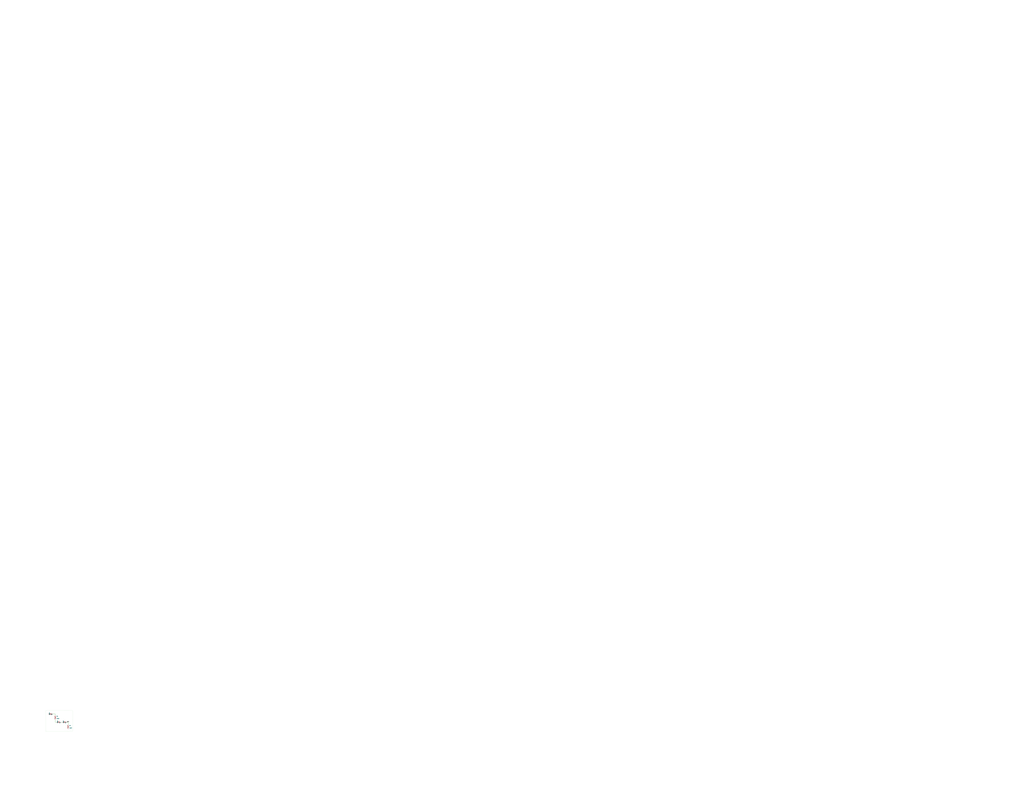
<source format=kicad_sch>
(kicad_sch (version 20230121) (generator jitx)
  (paper "E")
  (lib_symbols
    (symbol "resistor_sym"
      (property "Reference" "U" (at 1.27 1.27 0.0))
      (property "Value" "resistor_sym" (at 1.27 -1.27 0.0))
      (symbol "resistor_sym_1_0"
        (pin unspecified line (at 0.0 -2.54 90) (length 0.0) (name "1") (number "~"))
        (pin unspecified line (at 0.0 2.54 270) (length 0.0) (name "2") (number "~"))
        (polyline (pts (xy 0.0 -2.54) (xy 0.0 -1.5875)) (stroke (width 0.127)))
        (polyline (pts (xy 0.0 -1.5875) (xy -0.762 -1.27) (xy 0.762 -0.635) (xy -0.762 0.0) (xy 0.762 0.635) (xy -0.762 1.27) (xy 0.0 1.5875)) (stroke (width 0.254)))
        (polyline (pts (xy 0.0 1.5875) (xy 0.0 2.54)) (stroke (width 0.127)))
      )
    )
    (symbol "my_resistor"
      (property "Reference" "R" (at 1.27 1.27 0.0))
      (property "Value" "my_resistor" (at 1.27 -1.27 0.0))
      (symbol "my_resistor_1_0"
        (pin unspecified line (at 0.0 -2.54 90) (length 0.0) (name "1") (number "1"))
        (pin unspecified line (at 0.0 2.54 270) (length 0.0) (name "2") (number "2"))
        (polyline (pts (xy 0.0 -2.54) (xy 0.0 -1.5875)) (stroke (width 0.127)))
        (polyline (pts (xy 0.0 -1.5875) (xy -0.762 -1.27) (xy 0.762 -0.635) (xy -0.762 0.0) (xy 0.762 0.635) (xy -0.762 1.27) (xy 0.0 1.5875)) (stroke (width 0.254)))
        (polyline (pts (xy 0.0 1.5875) (xy 0.0 2.54)) (stroke (width 0.127)))
      )
    )
  )
  (wire (pts (xy 60.325 788.67) (xy 61.595 788.67)) (stroke (width 0.127)))
  (wire (pts (xy 60.325 788.67) (xy 60.325 786.13)) (stroke (width 0.127)))
  (wire (pts (xy 57.785 779.78) (xy 60.325 779.78)) (stroke (width 0.127)))
  (wire (pts (xy 60.325 781.05) (xy 60.325 779.78)) (stroke (width 0.127)))
  (wire (pts (xy 73.025 788.67) (xy 74.295 788.67)) (stroke (width 0.127)))
  (wire (pts (xy 74.295 791.21) (xy 74.295 788.67)) (stroke (width 0.127)))
  (wire (pts (xy 66.675 788.67) (xy 67.945 788.67)) (stroke (width 0.127)))
  (wire (pts (xy 50.165 775.97) (xy 79.375 775.97)) (stroke (width 0.127) (type dot)))
  (wire (pts (xy 50.165 798.83) (xy 79.375 798.83)) (stroke (width 0.127) (type dot)))
  (wire (pts (xy 50.165 798.83) (xy 50.165 775.97)) (stroke (width 0.127) (type dot)))
  (wire (pts (xy 79.375 798.83) (xy 79.375 775.97)) (stroke (width 0.127) (type dot)))
  (label "gnd" (at 73.025 788.67 0) (effects (font (size 0.762 0.762))))
  (symbol (lib_id "my_resistor") (at 74.295 793.75 0.0) (unit 1)
    (property "Reference" "R3" (at 75.565 792.48 0.0) (effects (font (size 0.762 0.762)) (justify left)))
    (property "Value" "100R" (at 75.565 795.02 0.0) (effects (font (size 0.762 0.762)) (justify left)))
    (property "Footprint" "exploder:Pkg0402" (effects hide))
    (property "Datasheet" "//media.digikey.com/pdf/Data%20Sheets/Tyco%20Electronics%20P%20B%20PDFs/RQ73-0618%20v2.pdf" (effects hide))
    (property "Name" "r4" (effects hide))
    (property "Description" "RES 100 OHMS 0.1% 1/16W 0402" (effects hide))
    (property "Manufacturer" "TE Connectivity Passive Product" (effects hide))
    (property "MPN" "RQ73C1E100RBTD" (effects hide))
    (property "Reference-prefix" "R" (effects hide))
  )
  (symbol (lib_id "my_resistor") (at 64.135 788.67 90.0) (unit 1)
    (property "Reference" "R1" (at 65.405 789.94 0.0) (effects (font (size 0.762 0.762)) (justify left)))
    (property "Value" "100R" (at 62.865 789.94 0.0) (effects (font (size 0.762 0.762)) (justify left)))
    (property "Footprint" "exploder:Pkg0402" (effects hide))
    (property "Datasheet" "//media.digikey.com/pdf/Data%20Sheets/Tyco%20Electronics%20P%20B%20PDFs/RQ73-0618%20v2.pdf" (effects hide))
    (property "Name" "r2" (effects hide))
    (property "Description" "RES 100 OHMS 0.1% 1/16W 0402" (effects hide))
    (property "Manufacturer" "TE Connectivity Passive Product" (effects hide))
    (property "MPN" "RQ73C1E100RBTD" (effects hide))
    (property "Reference-prefix" "R" (effects hide))
  )
  (symbol (lib_id "my_resistor") (at 55.245 779.78 90.0) (unit 1)
    (property "Reference" "R2" (at 56.515 781.05 0.0) (effects (font (size 0.762 0.762)) (justify left)))
    (property "Value" "100R" (at 53.975 781.05 0.0) (effects (font (size 0.762 0.762)) (justify left)))
    (property "Footprint" "exploder:Pkg0402" (effects hide))
    (property "Datasheet" "//media.digikey.com/pdf/Data%20Sheets/Tyco%20Electronics%20P%20B%20PDFs/RQ73-0618%20v2.pdf" (effects hide))
    (property "Name" "r0" (effects hide))
    (property "Description" "RES 100 OHMS 0.1% 1/16W 0402" (effects hide))
    (property "Manufacturer" "TE Connectivity Passive Product" (effects hide))
    (property "MPN" "RQ73C1E100RBTD" (effects hide))
    (property "Reference-prefix" "R" (effects hide))
  )
  (symbol (lib_id "my_resistor") (at 70.485 788.67 90.0) (unit 1)
    (property "Reference" "R4" (at 71.755 789.94 0.0) (effects (font (size 0.762 0.762)) (justify left)))
    (property "Value" "100R" (at 69.215 789.94 0.0) (effects (font (size 0.762 0.762)) (justify left)))
    (property "Footprint" "exploder:Pkg0402" (effects hide))
    (property "Datasheet" "//media.digikey.com/pdf/Data%20Sheets/Tyco%20Electronics%20P%20B%20PDFs/RQ73-0618%20v2.pdf" (effects hide))
    (property "Name" "r3" (effects hide))
    (property "Description" "RES 100 OHMS 0.1% 1/16W 0402" (effects hide))
    (property "Manufacturer" "TE Connectivity Passive Product" (effects hide))
    (property "MPN" "RQ73C1E100RBTD" (effects hide))
    (property "Reference-prefix" "R" (effects hide))
  )
  (symbol (lib_id "my_resistor") (at 60.325 783.59 0.0) (unit 1)
    (property "Reference" "R5" (at 61.595 782.32 0.0) (effects (font (size 0.762 0.762)) (justify left)))
    (property "Value" "100R" (at 61.595 784.86 0.0) (effects (font (size 0.762 0.762)) (justify left)))
    (property "Footprint" "exploder:Pkg0402" (effects hide))
    (property "Datasheet" "//media.digikey.com/pdf/Data%20Sheets/Tyco%20Electronics%20P%20B%20PDFs/RQ73-0618%20v2.pdf" (effects hide))
    (property "Name" "r1" (effects hide))
    (property "Description" "RES 100 OHMS 0.1% 1/16W 0402" (effects hide))
    (property "Manufacturer" "TE Connectivity Passive Product" (effects hide))
    (property "MPN" "RQ73C1E100RBTD" (effects hide))
    (property "Reference-prefix" "R" (effects hide))
  )
)
</source>
